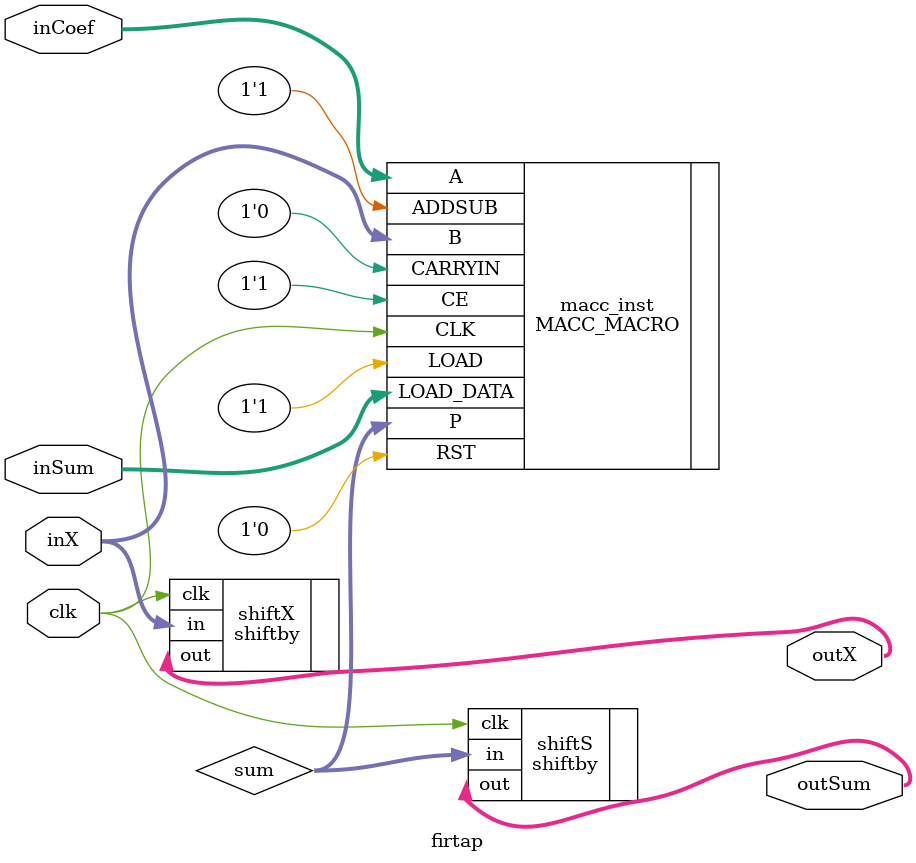
<source format=v>
`timescale 1ns / 1ps

module firtap
    #(parameter XW = 18, COEFW = 25, OUTW = 48, SAMPLE_SHIFT = 1, SUM_SHIFT = 2) //max parameters
    (
    input wire clk,
    input wire [XW-1:0] inX,
    output wire [XW-1:0] outX,
    input wire [COEFW-1:0] inCoef,
    input wire [OUTW-1:0] inSum,
    output wire [OUTW-1:0] outSum
    );
    localparam SUM_LATENCY = 2;

    wire [OUTW-1:0] sum;

    shiftby #(.BY(SAMPLE_SHIFT),.WIDTH(XW)) shiftX (.in(inX), .out(outX), .clk(clk));
    shiftby #(.BY(SUM_SHIFT - SUM_LATENCY),.WIDTH(OUTW)) shiftS (.in(sum), .out(outSum), .clk(clk));

    MACC_MACRO #(
    .DEVICE("7SERIES"),
    .LATENCY(3),
    .WIDTH_A(COEFW),
    .WIDTH_B(XW),
    .WIDTH_P(OUTW)
    ) macc_inst (
    .P(sum),
    .A(inCoef),
    .ADDSUB(1'b1),
    .B(inX),
    .CARRYIN(1'b0),
    .CE(1'b1),
    .CLK(clk),
    .LOAD(1'b1),
    .LOAD_DATA(inSum),
    .RST(1'b0)
    );

endmodule

</source>
